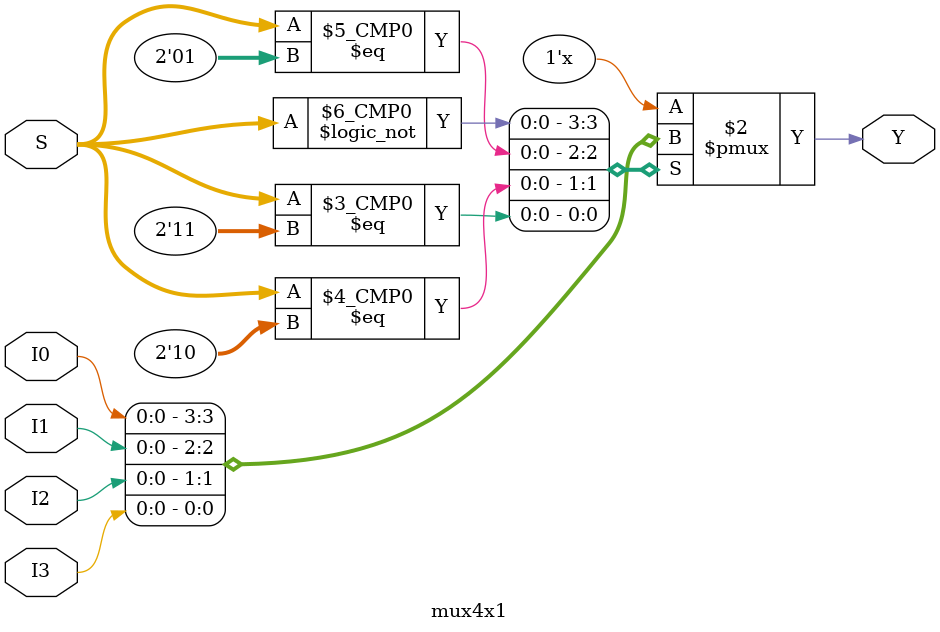
<source format=v>
module mux4x1 (
    input I0, I1, I2, I3,
    input [1:0] S,
    output reg Y
);
    always @(*) begin
        case (S)
            2'b00: Y = I0;
            2'b01: Y = I1;
            2'b10: Y = I2;
            2'b11: Y = I3;
            default: Y = 1'b0;
        endcase
    end
endmodule

</source>
